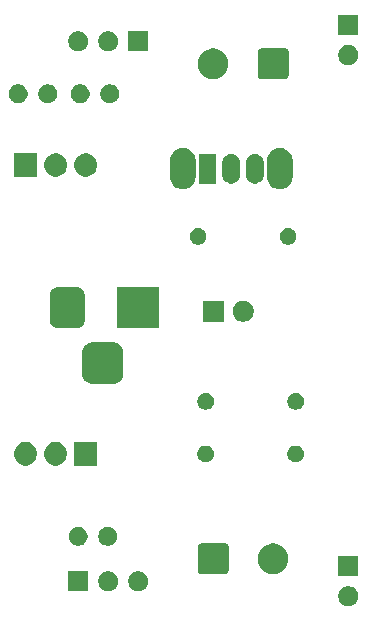
<source format=gbr>
%TF.GenerationSoftware,KiCad,Pcbnew,9.0.2*%
%TF.CreationDate,2025-06-14T22:12:11+08:00*%
%TF.ProjectId,Breadboard Power Supply,42726561-6462-46f6-9172-6420506f7765,1*%
%TF.SameCoordinates,Original*%
%TF.FileFunction,Soldermask,Top*%
%TF.FilePolarity,Negative*%
%FSLAX46Y46*%
G04 Gerber Fmt 4.6, Leading zero omitted, Abs format (unit mm)*
G04 Created by KiCad (PCBNEW 9.0.2) date 2025-06-14 22:12:11*
%MOMM*%
%LPD*%
G01*
G04 APERTURE LIST*
G04 APERTURE END LIST*
G36*
X150741742Y-111576601D02*
G01*
X150895687Y-111640367D01*
X151034234Y-111732941D01*
X151152059Y-111850766D01*
X151244633Y-111989313D01*
X151308399Y-112143258D01*
X151340907Y-112306685D01*
X151340907Y-112473315D01*
X151308399Y-112636742D01*
X151244633Y-112790687D01*
X151152059Y-112929234D01*
X151034234Y-113047059D01*
X150895687Y-113139633D01*
X150741742Y-113203399D01*
X150578315Y-113235907D01*
X150411685Y-113235907D01*
X150248258Y-113203399D01*
X150094313Y-113139633D01*
X149955766Y-113047059D01*
X149837941Y-112929234D01*
X149745367Y-112790687D01*
X149681601Y-112636742D01*
X149649093Y-112473315D01*
X149649093Y-112306685D01*
X149681601Y-112143258D01*
X149745367Y-111989313D01*
X149837941Y-111850766D01*
X149955766Y-111732941D01*
X150094313Y-111640367D01*
X150248258Y-111576601D01*
X150411685Y-111544093D01*
X150578315Y-111544093D01*
X150741742Y-111576601D01*
G37*
G36*
X128485000Y-111975000D02*
G01*
X126785000Y-111975000D01*
X126785000Y-110275000D01*
X128485000Y-110275000D01*
X128485000Y-111975000D01*
G37*
G36*
X130421742Y-110311601D02*
G01*
X130575687Y-110375367D01*
X130714234Y-110467941D01*
X130832059Y-110585766D01*
X130924633Y-110724313D01*
X130988399Y-110878258D01*
X131020907Y-111041685D01*
X131020907Y-111208315D01*
X130988399Y-111371742D01*
X130924633Y-111525687D01*
X130832059Y-111664234D01*
X130714234Y-111782059D01*
X130575687Y-111874633D01*
X130421742Y-111938399D01*
X130258315Y-111970907D01*
X130091685Y-111970907D01*
X129928258Y-111938399D01*
X129774313Y-111874633D01*
X129635766Y-111782059D01*
X129517941Y-111664234D01*
X129425367Y-111525687D01*
X129361601Y-111371742D01*
X129329093Y-111208315D01*
X129329093Y-111041685D01*
X129361601Y-110878258D01*
X129425367Y-110724313D01*
X129517941Y-110585766D01*
X129635766Y-110467941D01*
X129774313Y-110375367D01*
X129928258Y-110311601D01*
X130091685Y-110279093D01*
X130258315Y-110279093D01*
X130421742Y-110311601D01*
G37*
G36*
X132961742Y-110311601D02*
G01*
X133115687Y-110375367D01*
X133254234Y-110467941D01*
X133372059Y-110585766D01*
X133464633Y-110724313D01*
X133528399Y-110878258D01*
X133560907Y-111041685D01*
X133560907Y-111208315D01*
X133528399Y-111371742D01*
X133464633Y-111525687D01*
X133372059Y-111664234D01*
X133254234Y-111782059D01*
X133115687Y-111874633D01*
X132961742Y-111938399D01*
X132798315Y-111970907D01*
X132631685Y-111970907D01*
X132468258Y-111938399D01*
X132314313Y-111874633D01*
X132175766Y-111782059D01*
X132057941Y-111664234D01*
X131965367Y-111525687D01*
X131901601Y-111371742D01*
X131869093Y-111208315D01*
X131869093Y-111041685D01*
X131901601Y-110878258D01*
X131965367Y-110724313D01*
X132057941Y-110585766D01*
X132175766Y-110467941D01*
X132314313Y-110375367D01*
X132468258Y-110311601D01*
X132631685Y-110279093D01*
X132798315Y-110279093D01*
X132961742Y-110311601D01*
G37*
G36*
X151345000Y-110700000D02*
G01*
X149645000Y-110700000D01*
X149645000Y-109000000D01*
X151345000Y-109000000D01*
X151345000Y-110700000D01*
G37*
G36*
X140119850Y-107920964D02*
G01*
X140170040Y-107926787D01*
X140187189Y-107934359D01*
X140210671Y-107939030D01*
X140235810Y-107955827D01*
X140255696Y-107964608D01*
X140269277Y-107978189D01*
X140291777Y-107993223D01*
X140306810Y-108015722D01*
X140320391Y-108029303D01*
X140329170Y-108049186D01*
X140345970Y-108074329D01*
X140350641Y-108097812D01*
X140358212Y-108114959D01*
X140364033Y-108165139D01*
X140365000Y-108170000D01*
X140365000Y-110270000D01*
X140364032Y-110274863D01*
X140358212Y-110325040D01*
X140350641Y-110342185D01*
X140345970Y-110365671D01*
X140329169Y-110390815D01*
X140320391Y-110410696D01*
X140306812Y-110424274D01*
X140291777Y-110446777D01*
X140269274Y-110461812D01*
X140255696Y-110475391D01*
X140235815Y-110484169D01*
X140210671Y-110500970D01*
X140187185Y-110505641D01*
X140170040Y-110513212D01*
X140119861Y-110519032D01*
X140115000Y-110520000D01*
X138015000Y-110520000D01*
X138010138Y-110519032D01*
X137959959Y-110513212D01*
X137942812Y-110505641D01*
X137919329Y-110500970D01*
X137894186Y-110484170D01*
X137874303Y-110475391D01*
X137860722Y-110461810D01*
X137838223Y-110446777D01*
X137823189Y-110424277D01*
X137809608Y-110410696D01*
X137800827Y-110390810D01*
X137784030Y-110365671D01*
X137779359Y-110342189D01*
X137771787Y-110325040D01*
X137765964Y-110274849D01*
X137765000Y-110270000D01*
X137765000Y-108170000D01*
X137765964Y-108165150D01*
X137771787Y-108114959D01*
X137779359Y-108097808D01*
X137784030Y-108074329D01*
X137800826Y-108049191D01*
X137809608Y-108029303D01*
X137823191Y-108015719D01*
X137838223Y-107993223D01*
X137860719Y-107978191D01*
X137874303Y-107964608D01*
X137894191Y-107955826D01*
X137919329Y-107939030D01*
X137942808Y-107934359D01*
X137959959Y-107926787D01*
X138010151Y-107920964D01*
X138015000Y-107920000D01*
X140115000Y-107920000D01*
X140119850Y-107920964D01*
G37*
G36*
X144448479Y-107955919D02*
G01*
X144642488Y-108018957D01*
X144824248Y-108111568D01*
X144989282Y-108231472D01*
X145133528Y-108375718D01*
X145253432Y-108540752D01*
X145346043Y-108722512D01*
X145409081Y-108916521D01*
X145440993Y-109118003D01*
X145440993Y-109321997D01*
X145409081Y-109523479D01*
X145346043Y-109717488D01*
X145253432Y-109899248D01*
X145133528Y-110064282D01*
X144989282Y-110208528D01*
X144824248Y-110328432D01*
X144642488Y-110421043D01*
X144448479Y-110484081D01*
X144246997Y-110515993D01*
X144043003Y-110515993D01*
X143841521Y-110484081D01*
X143647512Y-110421043D01*
X143465752Y-110328432D01*
X143300718Y-110208528D01*
X143156472Y-110064282D01*
X143036568Y-109899248D01*
X142943957Y-109717488D01*
X142880919Y-109523479D01*
X142849007Y-109321997D01*
X142849007Y-109118003D01*
X142880919Y-108916521D01*
X142943957Y-108722512D01*
X143036568Y-108540752D01*
X143156472Y-108375718D01*
X143300718Y-108231472D01*
X143465752Y-108111568D01*
X143647512Y-108018957D01*
X143841521Y-107955919D01*
X144043003Y-107924007D01*
X144246997Y-107924007D01*
X144448479Y-107955919D01*
G37*
G36*
X127867228Y-106549448D02*
G01*
X128012117Y-106609463D01*
X128142515Y-106696592D01*
X128253408Y-106807485D01*
X128340537Y-106937883D01*
X128400552Y-107082772D01*
X128431148Y-107236586D01*
X128431148Y-107393414D01*
X128400552Y-107547228D01*
X128340537Y-107692117D01*
X128253408Y-107822515D01*
X128142515Y-107933408D01*
X128012117Y-108020537D01*
X127867228Y-108080552D01*
X127713414Y-108111148D01*
X127556586Y-108111148D01*
X127402772Y-108080552D01*
X127257883Y-108020537D01*
X127127485Y-107933408D01*
X127016592Y-107822515D01*
X126929463Y-107692117D01*
X126869448Y-107547228D01*
X126838852Y-107393414D01*
X126838852Y-107236586D01*
X126869448Y-107082772D01*
X126929463Y-106937883D01*
X127016592Y-106807485D01*
X127127485Y-106696592D01*
X127257883Y-106609463D01*
X127402772Y-106549448D01*
X127556586Y-106518852D01*
X127713414Y-106518852D01*
X127867228Y-106549448D01*
G37*
G36*
X130367228Y-106549448D02*
G01*
X130512117Y-106609463D01*
X130642515Y-106696592D01*
X130753408Y-106807485D01*
X130840537Y-106937883D01*
X130900552Y-107082772D01*
X130931148Y-107236586D01*
X130931148Y-107393414D01*
X130900552Y-107547228D01*
X130840537Y-107692117D01*
X130753408Y-107822515D01*
X130642515Y-107933408D01*
X130512117Y-108020537D01*
X130367228Y-108080552D01*
X130213414Y-108111148D01*
X130056586Y-108111148D01*
X129902772Y-108080552D01*
X129757883Y-108020537D01*
X129627485Y-107933408D01*
X129516592Y-107822515D01*
X129429463Y-107692117D01*
X129369448Y-107547228D01*
X129338852Y-107393414D01*
X129338852Y-107236586D01*
X129369448Y-107082772D01*
X129429463Y-106937883D01*
X129516592Y-106807485D01*
X129627485Y-106696592D01*
X129757883Y-106609463D01*
X129902772Y-106549448D01*
X130056586Y-106518852D01*
X130213414Y-106518852D01*
X130367228Y-106549448D01*
G37*
G36*
X129222500Y-101330000D02*
G01*
X127317500Y-101330000D01*
X127317500Y-99330000D01*
X129222500Y-99330000D01*
X129222500Y-101330000D01*
G37*
G36*
X123466496Y-99371014D02*
G01*
X123639005Y-99442470D01*
X123794260Y-99546208D01*
X123926292Y-99678240D01*
X124030030Y-99833495D01*
X124101486Y-100006004D01*
X124137913Y-100189139D01*
X124142500Y-100282500D01*
X124142500Y-100377500D01*
X124137913Y-100470861D01*
X124101486Y-100653996D01*
X124030030Y-100826505D01*
X123926292Y-100981760D01*
X123794260Y-101113792D01*
X123639005Y-101217530D01*
X123466496Y-101288986D01*
X123283361Y-101325413D01*
X123096639Y-101325413D01*
X122913504Y-101288986D01*
X122740995Y-101217530D01*
X122585740Y-101113792D01*
X122453708Y-100981760D01*
X122349970Y-100826505D01*
X122278514Y-100653996D01*
X122242087Y-100470861D01*
X122237500Y-100377500D01*
X122237500Y-100282500D01*
X122242087Y-100189139D01*
X122278514Y-100006004D01*
X122349970Y-99833495D01*
X122453708Y-99678240D01*
X122585740Y-99546208D01*
X122740995Y-99442470D01*
X122913504Y-99371014D01*
X123096639Y-99334587D01*
X123283361Y-99334587D01*
X123466496Y-99371014D01*
G37*
G36*
X126006496Y-99371014D02*
G01*
X126179005Y-99442470D01*
X126334260Y-99546208D01*
X126466292Y-99678240D01*
X126570030Y-99833495D01*
X126641486Y-100006004D01*
X126677913Y-100189139D01*
X126682500Y-100282500D01*
X126682500Y-100377500D01*
X126677913Y-100470861D01*
X126641486Y-100653996D01*
X126570030Y-100826505D01*
X126466292Y-100981760D01*
X126334260Y-101113792D01*
X126179005Y-101217530D01*
X126006496Y-101288986D01*
X125823361Y-101325413D01*
X125636639Y-101325413D01*
X125453504Y-101288986D01*
X125280995Y-101217530D01*
X125125740Y-101113792D01*
X124993708Y-100981760D01*
X124889970Y-100826505D01*
X124818514Y-100653996D01*
X124782087Y-100470861D01*
X124777500Y-100377500D01*
X124777500Y-100282500D01*
X124782087Y-100189139D01*
X124818514Y-100006004D01*
X124889970Y-99833495D01*
X124993708Y-99678240D01*
X125125740Y-99546208D01*
X125280995Y-99442470D01*
X125453504Y-99371014D01*
X125636639Y-99334587D01*
X125823361Y-99334587D01*
X126006496Y-99371014D01*
G37*
G36*
X138633199Y-99660142D02*
G01*
X138759978Y-99712655D01*
X138874075Y-99788893D01*
X138971107Y-99885925D01*
X139047345Y-100000022D01*
X139099858Y-100126801D01*
X139126629Y-100261388D01*
X139126629Y-100398612D01*
X139099858Y-100533199D01*
X139047345Y-100659978D01*
X138971107Y-100774075D01*
X138874075Y-100871107D01*
X138759978Y-100947345D01*
X138633199Y-100999858D01*
X138498612Y-101026629D01*
X138361388Y-101026629D01*
X138226801Y-100999858D01*
X138100022Y-100947345D01*
X137985925Y-100871107D01*
X137888893Y-100774075D01*
X137812655Y-100659978D01*
X137760142Y-100533199D01*
X137733371Y-100398612D01*
X137733371Y-100261388D01*
X137760142Y-100126801D01*
X137812655Y-100000022D01*
X137888893Y-99885925D01*
X137985925Y-99788893D01*
X138100022Y-99712655D01*
X138226801Y-99660142D01*
X138361388Y-99633371D01*
X138498612Y-99633371D01*
X138633199Y-99660142D01*
G37*
G36*
X146253199Y-99660142D02*
G01*
X146379978Y-99712655D01*
X146494075Y-99788893D01*
X146591107Y-99885925D01*
X146667345Y-100000022D01*
X146719858Y-100126801D01*
X146746629Y-100261388D01*
X146746629Y-100398612D01*
X146719858Y-100533199D01*
X146667345Y-100659978D01*
X146591107Y-100774075D01*
X146494075Y-100871107D01*
X146379978Y-100947345D01*
X146253199Y-100999858D01*
X146118612Y-101026629D01*
X145981388Y-101026629D01*
X145846801Y-100999858D01*
X145720022Y-100947345D01*
X145605925Y-100871107D01*
X145508893Y-100774075D01*
X145432655Y-100659978D01*
X145380142Y-100533199D01*
X145353371Y-100398612D01*
X145353371Y-100261388D01*
X145380142Y-100126801D01*
X145432655Y-100000022D01*
X145508893Y-99885925D01*
X145605925Y-99788893D01*
X145720022Y-99712655D01*
X145846801Y-99660142D01*
X145981388Y-99633371D01*
X146118612Y-99633371D01*
X146253199Y-99660142D01*
G37*
G36*
X138633199Y-95215142D02*
G01*
X138759978Y-95267655D01*
X138874075Y-95343893D01*
X138971107Y-95440925D01*
X139047345Y-95555022D01*
X139099858Y-95681801D01*
X139126629Y-95816388D01*
X139126629Y-95953612D01*
X139099858Y-96088199D01*
X139047345Y-96214978D01*
X138971107Y-96329075D01*
X138874075Y-96426107D01*
X138759978Y-96502345D01*
X138633199Y-96554858D01*
X138498612Y-96581629D01*
X138361388Y-96581629D01*
X138226801Y-96554858D01*
X138100022Y-96502345D01*
X137985925Y-96426107D01*
X137888893Y-96329075D01*
X137812655Y-96214978D01*
X137760142Y-96088199D01*
X137733371Y-95953612D01*
X137733371Y-95816388D01*
X137760142Y-95681801D01*
X137812655Y-95555022D01*
X137888893Y-95440925D01*
X137985925Y-95343893D01*
X138100022Y-95267655D01*
X138226801Y-95215142D01*
X138361388Y-95188371D01*
X138498612Y-95188371D01*
X138633199Y-95215142D01*
G37*
G36*
X146253199Y-95215142D02*
G01*
X146379978Y-95267655D01*
X146494075Y-95343893D01*
X146591107Y-95440925D01*
X146667345Y-95555022D01*
X146719858Y-95681801D01*
X146746629Y-95816388D01*
X146746629Y-95953612D01*
X146719858Y-96088199D01*
X146667345Y-96214978D01*
X146591107Y-96329075D01*
X146494075Y-96426107D01*
X146379978Y-96502345D01*
X146253199Y-96554858D01*
X146118612Y-96581629D01*
X145981388Y-96581629D01*
X145846801Y-96554858D01*
X145720022Y-96502345D01*
X145605925Y-96426107D01*
X145508893Y-96329075D01*
X145432655Y-96214978D01*
X145380142Y-96088199D01*
X145353371Y-95953612D01*
X145353371Y-95816388D01*
X145380142Y-95681801D01*
X145432655Y-95555022D01*
X145508893Y-95440925D01*
X145605925Y-95343893D01*
X145720022Y-95267655D01*
X145846801Y-95215142D01*
X145981388Y-95188371D01*
X146118612Y-95188371D01*
X146253199Y-95215142D01*
G37*
G36*
X130708125Y-90900510D02*
G01*
X130716782Y-90902662D01*
X130726059Y-90903393D01*
X130807944Y-90925333D01*
X130891741Y-90946173D01*
X130898818Y-90949683D01*
X130903457Y-90950926D01*
X130981395Y-90990637D01*
X131061247Y-91030241D01*
X131064929Y-91033200D01*
X131066376Y-91033938D01*
X131137826Y-91091797D01*
X131208718Y-91148782D01*
X131265727Y-91219705D01*
X131323561Y-91291123D01*
X131324297Y-91292569D01*
X131327259Y-91296253D01*
X131366880Y-91376141D01*
X131406573Y-91454042D01*
X131407815Y-91458678D01*
X131411327Y-91465759D01*
X131432175Y-91549593D01*
X131454106Y-91631440D01*
X131454835Y-91640712D01*
X131456990Y-91649375D01*
X131465000Y-91767500D01*
X131465000Y-93517500D01*
X131456990Y-93635625D01*
X131454835Y-93644288D01*
X131454106Y-93653559D01*
X131432178Y-93735392D01*
X131411327Y-93819241D01*
X131407814Y-93826322D01*
X131406573Y-93830957D01*
X131366898Y-93908821D01*
X131327259Y-93988747D01*
X131324296Y-93992432D01*
X131323561Y-93993876D01*
X131265837Y-94065158D01*
X131208718Y-94136218D01*
X131137658Y-94193337D01*
X131066376Y-94251061D01*
X131064932Y-94251796D01*
X131061247Y-94254759D01*
X130981321Y-94294398D01*
X130903457Y-94334073D01*
X130898822Y-94335314D01*
X130891741Y-94338827D01*
X130807892Y-94359678D01*
X130726059Y-94381606D01*
X130716788Y-94382335D01*
X130708125Y-94384490D01*
X130590000Y-94392500D01*
X128840000Y-94392500D01*
X128721875Y-94384490D01*
X128713212Y-94382335D01*
X128703940Y-94381606D01*
X128622093Y-94359675D01*
X128538259Y-94338827D01*
X128531178Y-94335315D01*
X128526542Y-94334073D01*
X128448641Y-94294380D01*
X128368753Y-94254759D01*
X128365069Y-94251797D01*
X128363623Y-94251061D01*
X128292205Y-94193227D01*
X128221282Y-94136218D01*
X128164297Y-94065326D01*
X128106438Y-93993876D01*
X128105700Y-93992429D01*
X128102741Y-93988747D01*
X128063137Y-93908895D01*
X128023426Y-93830957D01*
X128022183Y-93826318D01*
X128018673Y-93819241D01*
X127997833Y-93735444D01*
X127975893Y-93653559D01*
X127975162Y-93644282D01*
X127973010Y-93635625D01*
X127965000Y-93517500D01*
X127965000Y-91767500D01*
X127973010Y-91649375D01*
X127975162Y-91640718D01*
X127975893Y-91631440D01*
X127997837Y-91549541D01*
X128018673Y-91465759D01*
X128022182Y-91458682D01*
X128023426Y-91454042D01*
X128063156Y-91376067D01*
X128102741Y-91296253D01*
X128105699Y-91292572D01*
X128106438Y-91291123D01*
X128164406Y-91219537D01*
X128221282Y-91148782D01*
X128292037Y-91091906D01*
X128363623Y-91033938D01*
X128365072Y-91033199D01*
X128368753Y-91030241D01*
X128448567Y-90990656D01*
X128526542Y-90950926D01*
X128531182Y-90949682D01*
X128538259Y-90946173D01*
X128622041Y-90925337D01*
X128703940Y-90903393D01*
X128713218Y-90902662D01*
X128721875Y-90900510D01*
X128840000Y-90892500D01*
X130590000Y-90892500D01*
X130708125Y-90900510D01*
G37*
G36*
X127616663Y-86207995D02*
G01*
X127625683Y-86210984D01*
X127631807Y-86211674D01*
X127703961Y-86236922D01*
X127781964Y-86262769D01*
X127787388Y-86266114D01*
X127790247Y-86267115D01*
X127856422Y-86308695D01*
X127930177Y-86354188D01*
X128053312Y-86477323D01*
X128098823Y-86551109D01*
X128140384Y-86617252D01*
X128141383Y-86620109D01*
X128144731Y-86625536D01*
X128170592Y-86703583D01*
X128195825Y-86775693D01*
X128196514Y-86781811D01*
X128199505Y-86790837D01*
X128215000Y-86942500D01*
X128215000Y-88942500D01*
X128199505Y-89094163D01*
X128196514Y-89103188D01*
X128195825Y-89109307D01*
X128170595Y-89181407D01*
X128144731Y-89259464D01*
X128141383Y-89264891D01*
X128140384Y-89267747D01*
X128098857Y-89333836D01*
X128053312Y-89407677D01*
X127930177Y-89530812D01*
X127856336Y-89576357D01*
X127790247Y-89617884D01*
X127787391Y-89618883D01*
X127781964Y-89622231D01*
X127703897Y-89648099D01*
X127631806Y-89673325D01*
X127625688Y-89674014D01*
X127616663Y-89677005D01*
X127465000Y-89692500D01*
X125965000Y-89692500D01*
X125813337Y-89677005D01*
X125804312Y-89674014D01*
X125798192Y-89673325D01*
X125726073Y-89648089D01*
X125648036Y-89622231D01*
X125642609Y-89618883D01*
X125639752Y-89617884D01*
X125573609Y-89576323D01*
X125499823Y-89530812D01*
X125376688Y-89407677D01*
X125331195Y-89333922D01*
X125289615Y-89267747D01*
X125288614Y-89264888D01*
X125285269Y-89259464D01*
X125259418Y-89181451D01*
X125234174Y-89109306D01*
X125233484Y-89103184D01*
X125230495Y-89094163D01*
X125215000Y-88942500D01*
X125215000Y-86942500D01*
X125230495Y-86790837D01*
X125233483Y-86781816D01*
X125234174Y-86775692D01*
X125259428Y-86703519D01*
X125285269Y-86625536D01*
X125288613Y-86620113D01*
X125289615Y-86617252D01*
X125331229Y-86551022D01*
X125376688Y-86477323D01*
X125499823Y-86354188D01*
X125573522Y-86308729D01*
X125639752Y-86267115D01*
X125642613Y-86266113D01*
X125648036Y-86262769D01*
X125726029Y-86236925D01*
X125798193Y-86211674D01*
X125804316Y-86210984D01*
X125813337Y-86207995D01*
X125965000Y-86192500D01*
X127465000Y-86192500D01*
X127616663Y-86207995D01*
G37*
G36*
X134465000Y-89692500D02*
G01*
X130965000Y-89692500D01*
X130965000Y-86192500D01*
X134465000Y-86192500D01*
X134465000Y-89692500D01*
G37*
G36*
X139965000Y-89165000D02*
G01*
X138165000Y-89165000D01*
X138165000Y-87365000D01*
X139965000Y-87365000D01*
X139965000Y-89165000D01*
G37*
G36*
X141866256Y-87403754D02*
G01*
X142029257Y-87471271D01*
X142175954Y-87569291D01*
X142300709Y-87694046D01*
X142398729Y-87840743D01*
X142466246Y-88003744D01*
X142500666Y-88176785D01*
X142500666Y-88353215D01*
X142466246Y-88526256D01*
X142398729Y-88689257D01*
X142300709Y-88835954D01*
X142175954Y-88960709D01*
X142029257Y-89058729D01*
X141866256Y-89126246D01*
X141693215Y-89160666D01*
X141516785Y-89160666D01*
X141343744Y-89126246D01*
X141180743Y-89058729D01*
X141034046Y-88960709D01*
X140909291Y-88835954D01*
X140811271Y-88689257D01*
X140743754Y-88526256D01*
X140709334Y-88353215D01*
X140709334Y-88176785D01*
X140743754Y-88003744D01*
X140811271Y-87840743D01*
X140909291Y-87694046D01*
X141034046Y-87569291D01*
X141180743Y-87471271D01*
X141343744Y-87403754D01*
X141516785Y-87369334D01*
X141693215Y-87369334D01*
X141866256Y-87403754D01*
G37*
G36*
X137998199Y-81245142D02*
G01*
X138124978Y-81297655D01*
X138239075Y-81373893D01*
X138336107Y-81470925D01*
X138412345Y-81585022D01*
X138464858Y-81711801D01*
X138491629Y-81846388D01*
X138491629Y-81983612D01*
X138464858Y-82118199D01*
X138412345Y-82244978D01*
X138336107Y-82359075D01*
X138239075Y-82456107D01*
X138124978Y-82532345D01*
X137998199Y-82584858D01*
X137863612Y-82611629D01*
X137726388Y-82611629D01*
X137591801Y-82584858D01*
X137465022Y-82532345D01*
X137350925Y-82456107D01*
X137253893Y-82359075D01*
X137177655Y-82244978D01*
X137125142Y-82118199D01*
X137098371Y-81983612D01*
X137098371Y-81846388D01*
X137125142Y-81711801D01*
X137177655Y-81585022D01*
X137253893Y-81470925D01*
X137350925Y-81373893D01*
X137465022Y-81297655D01*
X137591801Y-81245142D01*
X137726388Y-81218371D01*
X137863612Y-81218371D01*
X137998199Y-81245142D01*
G37*
G36*
X145618199Y-81245142D02*
G01*
X145744978Y-81297655D01*
X145859075Y-81373893D01*
X145956107Y-81470925D01*
X146032345Y-81585022D01*
X146084858Y-81711801D01*
X146111629Y-81846388D01*
X146111629Y-81983612D01*
X146084858Y-82118199D01*
X146032345Y-82244978D01*
X145956107Y-82359075D01*
X145859075Y-82456107D01*
X145744978Y-82532345D01*
X145618199Y-82584858D01*
X145483612Y-82611629D01*
X145346388Y-82611629D01*
X145211801Y-82584858D01*
X145085022Y-82532345D01*
X144970925Y-82456107D01*
X144873893Y-82359075D01*
X144797655Y-82244978D01*
X144745142Y-82118199D01*
X144718371Y-81983612D01*
X144718371Y-81846388D01*
X144745142Y-81711801D01*
X144797655Y-81585022D01*
X144873893Y-81470925D01*
X144970925Y-81373893D01*
X145085022Y-81297655D01*
X145211801Y-81245142D01*
X145346388Y-81218371D01*
X145483612Y-81218371D01*
X145618199Y-81245142D01*
G37*
G36*
X136746790Y-74480393D02*
G01*
X136910952Y-74533733D01*
X137064748Y-74612096D01*
X137204393Y-74713553D01*
X137326447Y-74835607D01*
X137427904Y-74975252D01*
X137506267Y-75129048D01*
X137559607Y-75293210D01*
X137586609Y-75463695D01*
X137590000Y-75550000D01*
X137590000Y-76850000D01*
X137586609Y-76936305D01*
X137559607Y-77106790D01*
X137506267Y-77270952D01*
X137427904Y-77424748D01*
X137326447Y-77564393D01*
X137204393Y-77686447D01*
X137064748Y-77787904D01*
X136910952Y-77866267D01*
X136746790Y-77919607D01*
X136576305Y-77946609D01*
X136403695Y-77946609D01*
X136233210Y-77919607D01*
X136069048Y-77866267D01*
X135915252Y-77787904D01*
X135775607Y-77686447D01*
X135653553Y-77564393D01*
X135552096Y-77424748D01*
X135473733Y-77270952D01*
X135420393Y-77106790D01*
X135393391Y-76936305D01*
X135390000Y-76850000D01*
X135390000Y-75550000D01*
X135393391Y-75463695D01*
X135420393Y-75293210D01*
X135473733Y-75129048D01*
X135552096Y-74975252D01*
X135653553Y-74835607D01*
X135775607Y-74713553D01*
X135915252Y-74612096D01*
X136069048Y-74533733D01*
X136233210Y-74480393D01*
X136403695Y-74453391D01*
X136576305Y-74453391D01*
X136746790Y-74480393D01*
G37*
G36*
X144946790Y-74480393D02*
G01*
X145110952Y-74533733D01*
X145264748Y-74612096D01*
X145404393Y-74713553D01*
X145526447Y-74835607D01*
X145627904Y-74975252D01*
X145706267Y-75129048D01*
X145759607Y-75293210D01*
X145786609Y-75463695D01*
X145790000Y-75550000D01*
X145790000Y-76850000D01*
X145786609Y-76936305D01*
X145759607Y-77106790D01*
X145706267Y-77270952D01*
X145627904Y-77424748D01*
X145526447Y-77564393D01*
X145404393Y-77686447D01*
X145264748Y-77787904D01*
X145110952Y-77866267D01*
X144946790Y-77919607D01*
X144776305Y-77946609D01*
X144603695Y-77946609D01*
X144433210Y-77919607D01*
X144269048Y-77866267D01*
X144115252Y-77787904D01*
X143975607Y-77686447D01*
X143853553Y-77564393D01*
X143752096Y-77424748D01*
X143673733Y-77270952D01*
X143620393Y-77106790D01*
X143593391Y-76936305D01*
X143590000Y-76850000D01*
X143590000Y-75550000D01*
X143593391Y-75463695D01*
X143620393Y-75293210D01*
X143673733Y-75129048D01*
X143752096Y-74975252D01*
X143853553Y-74835607D01*
X143975607Y-74713553D01*
X144115252Y-74612096D01*
X144269048Y-74533733D01*
X144433210Y-74480393D01*
X144603695Y-74453391D01*
X144776305Y-74453391D01*
X144946790Y-74480393D01*
G37*
G36*
X139340000Y-77450000D02*
G01*
X137840000Y-77450000D01*
X137840000Y-74950000D01*
X139340000Y-74950000D01*
X139340000Y-77450000D01*
G37*
G36*
X140807714Y-74982295D02*
G01*
X140943548Y-75038559D01*
X141065795Y-75120242D01*
X141169758Y-75224205D01*
X141251441Y-75346452D01*
X141307705Y-75482286D01*
X141336389Y-75626487D01*
X141340000Y-75700000D01*
X141340000Y-76700000D01*
X141336389Y-76773513D01*
X141307705Y-76917714D01*
X141251441Y-77053548D01*
X141169758Y-77175795D01*
X141065795Y-77279758D01*
X140943548Y-77361441D01*
X140807714Y-77417705D01*
X140663513Y-77446389D01*
X140516487Y-77446389D01*
X140372286Y-77417705D01*
X140236452Y-77361441D01*
X140114205Y-77279758D01*
X140010242Y-77175795D01*
X139928559Y-77053548D01*
X139872295Y-76917714D01*
X139843611Y-76773513D01*
X139840000Y-76700000D01*
X139840000Y-75700000D01*
X139843611Y-75626487D01*
X139872295Y-75482286D01*
X139928559Y-75346452D01*
X140010242Y-75224205D01*
X140114205Y-75120242D01*
X140236452Y-75038559D01*
X140372286Y-74982295D01*
X140516487Y-74953611D01*
X140663513Y-74953611D01*
X140807714Y-74982295D01*
G37*
G36*
X142807714Y-74982295D02*
G01*
X142943548Y-75038559D01*
X143065795Y-75120242D01*
X143169758Y-75224205D01*
X143251441Y-75346452D01*
X143307705Y-75482286D01*
X143336389Y-75626487D01*
X143340000Y-75700000D01*
X143340000Y-76700000D01*
X143336389Y-76773513D01*
X143307705Y-76917714D01*
X143251441Y-77053548D01*
X143169758Y-77175795D01*
X143065795Y-77279758D01*
X142943548Y-77361441D01*
X142807714Y-77417705D01*
X142663513Y-77446389D01*
X142516487Y-77446389D01*
X142372286Y-77417705D01*
X142236452Y-77361441D01*
X142114205Y-77279758D01*
X142010242Y-77175795D01*
X141928559Y-77053548D01*
X141872295Y-76917714D01*
X141843611Y-76773513D01*
X141840000Y-76700000D01*
X141840000Y-75700000D01*
X141843611Y-75626487D01*
X141872295Y-75482286D01*
X141928559Y-75346452D01*
X142010242Y-75224205D01*
X142114205Y-75120242D01*
X142236452Y-75038559D01*
X142372286Y-74982295D01*
X142516487Y-74953611D01*
X142663513Y-74953611D01*
X142807714Y-74982295D01*
G37*
G36*
X124142500Y-76880000D02*
G01*
X122237500Y-76880000D01*
X122237500Y-74880000D01*
X124142500Y-74880000D01*
X124142500Y-76880000D01*
G37*
G36*
X126006496Y-74921014D02*
G01*
X126179005Y-74992470D01*
X126334260Y-75096208D01*
X126466292Y-75228240D01*
X126570030Y-75383495D01*
X126641486Y-75556004D01*
X126677913Y-75739139D01*
X126682500Y-75832500D01*
X126682500Y-75927500D01*
X126677913Y-76020861D01*
X126641486Y-76203996D01*
X126570030Y-76376505D01*
X126466292Y-76531760D01*
X126334260Y-76663792D01*
X126179005Y-76767530D01*
X126006496Y-76838986D01*
X125823361Y-76875413D01*
X125636639Y-76875413D01*
X125453504Y-76838986D01*
X125280995Y-76767530D01*
X125125740Y-76663792D01*
X124993708Y-76531760D01*
X124889970Y-76376505D01*
X124818514Y-76203996D01*
X124782087Y-76020861D01*
X124777500Y-75927500D01*
X124777500Y-75832500D01*
X124782087Y-75739139D01*
X124818514Y-75556004D01*
X124889970Y-75383495D01*
X124993708Y-75228240D01*
X125125740Y-75096208D01*
X125280995Y-74992470D01*
X125453504Y-74921014D01*
X125636639Y-74884587D01*
X125823361Y-74884587D01*
X126006496Y-74921014D01*
G37*
G36*
X128546496Y-74921014D02*
G01*
X128719005Y-74992470D01*
X128874260Y-75096208D01*
X129006292Y-75228240D01*
X129110030Y-75383495D01*
X129181486Y-75556004D01*
X129217913Y-75739139D01*
X129222500Y-75832500D01*
X129222500Y-75927500D01*
X129217913Y-76020861D01*
X129181486Y-76203996D01*
X129110030Y-76376505D01*
X129006292Y-76531760D01*
X128874260Y-76663792D01*
X128719005Y-76767530D01*
X128546496Y-76838986D01*
X128363361Y-76875413D01*
X128176639Y-76875413D01*
X127993504Y-76838986D01*
X127820995Y-76767530D01*
X127665740Y-76663792D01*
X127533708Y-76531760D01*
X127429970Y-76376505D01*
X127358514Y-76203996D01*
X127322087Y-76020861D01*
X127317500Y-75927500D01*
X127317500Y-75832500D01*
X127322087Y-75739139D01*
X127358514Y-75556004D01*
X127429970Y-75383495D01*
X127533708Y-75228240D01*
X127665740Y-75096208D01*
X127820995Y-74992470D01*
X127993504Y-74921014D01*
X128176639Y-74884587D01*
X128363361Y-74884587D01*
X128546496Y-74921014D01*
G37*
G36*
X122787228Y-69084448D02*
G01*
X122932117Y-69144463D01*
X123062515Y-69231592D01*
X123173408Y-69342485D01*
X123260537Y-69472883D01*
X123320552Y-69617772D01*
X123351148Y-69771586D01*
X123351148Y-69928414D01*
X123320552Y-70082228D01*
X123260537Y-70227117D01*
X123173408Y-70357515D01*
X123062515Y-70468408D01*
X122932117Y-70555537D01*
X122787228Y-70615552D01*
X122633414Y-70646148D01*
X122476586Y-70646148D01*
X122322772Y-70615552D01*
X122177883Y-70555537D01*
X122047485Y-70468408D01*
X121936592Y-70357515D01*
X121849463Y-70227117D01*
X121789448Y-70082228D01*
X121758852Y-69928414D01*
X121758852Y-69771586D01*
X121789448Y-69617772D01*
X121849463Y-69472883D01*
X121936592Y-69342485D01*
X122047485Y-69231592D01*
X122177883Y-69144463D01*
X122322772Y-69084448D01*
X122476586Y-69053852D01*
X122633414Y-69053852D01*
X122787228Y-69084448D01*
G37*
G36*
X125287228Y-69084448D02*
G01*
X125432117Y-69144463D01*
X125562515Y-69231592D01*
X125673408Y-69342485D01*
X125760537Y-69472883D01*
X125820552Y-69617772D01*
X125851148Y-69771586D01*
X125851148Y-69928414D01*
X125820552Y-70082228D01*
X125760537Y-70227117D01*
X125673408Y-70357515D01*
X125562515Y-70468408D01*
X125432117Y-70555537D01*
X125287228Y-70615552D01*
X125133414Y-70646148D01*
X124976586Y-70646148D01*
X124822772Y-70615552D01*
X124677883Y-70555537D01*
X124547485Y-70468408D01*
X124436592Y-70357515D01*
X124349463Y-70227117D01*
X124289448Y-70082228D01*
X124258852Y-69928414D01*
X124258852Y-69771586D01*
X124289448Y-69617772D01*
X124349463Y-69472883D01*
X124436592Y-69342485D01*
X124547485Y-69231592D01*
X124677883Y-69144463D01*
X124822772Y-69084448D01*
X124976586Y-69053852D01*
X125133414Y-69053852D01*
X125287228Y-69084448D01*
G37*
G36*
X128034228Y-69084448D02*
G01*
X128179117Y-69144463D01*
X128309515Y-69231592D01*
X128420408Y-69342485D01*
X128507537Y-69472883D01*
X128567552Y-69617772D01*
X128598148Y-69771586D01*
X128598148Y-69928414D01*
X128567552Y-70082228D01*
X128507537Y-70227117D01*
X128420408Y-70357515D01*
X128309515Y-70468408D01*
X128179117Y-70555537D01*
X128034228Y-70615552D01*
X127880414Y-70646148D01*
X127723586Y-70646148D01*
X127569772Y-70615552D01*
X127424883Y-70555537D01*
X127294485Y-70468408D01*
X127183592Y-70357515D01*
X127096463Y-70227117D01*
X127036448Y-70082228D01*
X127005852Y-69928414D01*
X127005852Y-69771586D01*
X127036448Y-69617772D01*
X127096463Y-69472883D01*
X127183592Y-69342485D01*
X127294485Y-69231592D01*
X127424883Y-69144463D01*
X127569772Y-69084448D01*
X127723586Y-69053852D01*
X127880414Y-69053852D01*
X128034228Y-69084448D01*
G37*
G36*
X130534228Y-69084448D02*
G01*
X130679117Y-69144463D01*
X130809515Y-69231592D01*
X130920408Y-69342485D01*
X131007537Y-69472883D01*
X131067552Y-69617772D01*
X131098148Y-69771586D01*
X131098148Y-69928414D01*
X131067552Y-70082228D01*
X131007537Y-70227117D01*
X130920408Y-70357515D01*
X130809515Y-70468408D01*
X130679117Y-70555537D01*
X130534228Y-70615552D01*
X130380414Y-70646148D01*
X130223586Y-70646148D01*
X130069772Y-70615552D01*
X129924883Y-70555537D01*
X129794485Y-70468408D01*
X129683592Y-70357515D01*
X129596463Y-70227117D01*
X129536448Y-70082228D01*
X129505852Y-69928414D01*
X129505852Y-69771586D01*
X129536448Y-69617772D01*
X129596463Y-69472883D01*
X129683592Y-69342485D01*
X129794485Y-69231592D01*
X129924883Y-69144463D01*
X130069772Y-69084448D01*
X130223586Y-69053852D01*
X130380414Y-69053852D01*
X130534228Y-69084448D01*
G37*
G36*
X145199850Y-66010964D02*
G01*
X145250040Y-66016787D01*
X145267189Y-66024359D01*
X145290671Y-66029030D01*
X145315810Y-66045827D01*
X145335696Y-66054608D01*
X145349277Y-66068189D01*
X145371777Y-66083223D01*
X145386810Y-66105722D01*
X145400391Y-66119303D01*
X145409170Y-66139186D01*
X145425970Y-66164329D01*
X145430641Y-66187812D01*
X145438212Y-66204959D01*
X145444033Y-66255139D01*
X145445000Y-66260000D01*
X145445000Y-68360000D01*
X145444032Y-68364863D01*
X145438212Y-68415040D01*
X145430641Y-68432185D01*
X145425970Y-68455671D01*
X145409169Y-68480815D01*
X145400391Y-68500696D01*
X145386812Y-68514274D01*
X145371777Y-68536777D01*
X145349274Y-68551812D01*
X145335696Y-68565391D01*
X145315815Y-68574169D01*
X145290671Y-68590970D01*
X145267185Y-68595641D01*
X145250040Y-68603212D01*
X145199861Y-68609032D01*
X145195000Y-68610000D01*
X143095000Y-68610000D01*
X143090138Y-68609032D01*
X143039959Y-68603212D01*
X143022812Y-68595641D01*
X142999329Y-68590970D01*
X142974186Y-68574170D01*
X142954303Y-68565391D01*
X142940722Y-68551810D01*
X142918223Y-68536777D01*
X142903189Y-68514277D01*
X142889608Y-68500696D01*
X142880827Y-68480810D01*
X142864030Y-68455671D01*
X142859359Y-68432189D01*
X142851787Y-68415040D01*
X142845964Y-68364849D01*
X142845000Y-68360000D01*
X142845000Y-66260000D01*
X142845964Y-66255150D01*
X142851787Y-66204959D01*
X142859359Y-66187808D01*
X142864030Y-66164329D01*
X142880826Y-66139191D01*
X142889608Y-66119303D01*
X142903191Y-66105719D01*
X142918223Y-66083223D01*
X142940719Y-66068191D01*
X142954303Y-66054608D01*
X142974191Y-66045826D01*
X142999329Y-66029030D01*
X143022808Y-66024359D01*
X143039959Y-66016787D01*
X143090151Y-66010964D01*
X143095000Y-66010000D01*
X145195000Y-66010000D01*
X145199850Y-66010964D01*
G37*
G36*
X139368479Y-66045919D02*
G01*
X139562488Y-66108957D01*
X139744248Y-66201568D01*
X139909282Y-66321472D01*
X140053528Y-66465718D01*
X140173432Y-66630752D01*
X140266043Y-66812512D01*
X140329081Y-67006521D01*
X140360993Y-67208003D01*
X140360993Y-67411997D01*
X140329081Y-67613479D01*
X140266043Y-67807488D01*
X140173432Y-67989248D01*
X140053528Y-68154282D01*
X139909282Y-68298528D01*
X139744248Y-68418432D01*
X139562488Y-68511043D01*
X139368479Y-68574081D01*
X139166997Y-68605993D01*
X138963003Y-68605993D01*
X138761521Y-68574081D01*
X138567512Y-68511043D01*
X138385752Y-68418432D01*
X138220718Y-68298528D01*
X138076472Y-68154282D01*
X137956568Y-67989248D01*
X137863957Y-67807488D01*
X137800919Y-67613479D01*
X137769007Y-67411997D01*
X137769007Y-67208003D01*
X137800919Y-67006521D01*
X137863957Y-66812512D01*
X137956568Y-66630752D01*
X138076472Y-66465718D01*
X138220718Y-66321472D01*
X138385752Y-66201568D01*
X138567512Y-66108957D01*
X138761521Y-66045919D01*
X138963003Y-66014007D01*
X139166997Y-66014007D01*
X139368479Y-66045919D01*
G37*
G36*
X150741742Y-65755001D02*
G01*
X150895687Y-65818767D01*
X151034234Y-65911341D01*
X151152059Y-66029166D01*
X151244633Y-66167713D01*
X151308399Y-66321658D01*
X151340907Y-66485085D01*
X151340907Y-66651715D01*
X151308399Y-66815142D01*
X151244633Y-66969087D01*
X151152059Y-67107634D01*
X151034234Y-67225459D01*
X150895687Y-67318033D01*
X150741742Y-67381799D01*
X150578315Y-67414307D01*
X150411685Y-67414307D01*
X150248258Y-67381799D01*
X150094313Y-67318033D01*
X149955766Y-67225459D01*
X149837941Y-67107634D01*
X149745367Y-66969087D01*
X149681601Y-66815142D01*
X149649093Y-66651715D01*
X149649093Y-66485085D01*
X149681601Y-66321658D01*
X149745367Y-66167713D01*
X149837941Y-66029166D01*
X149955766Y-65911341D01*
X150094313Y-65818767D01*
X150248258Y-65755001D01*
X150411685Y-65722493D01*
X150578315Y-65722493D01*
X150741742Y-65755001D01*
G37*
G36*
X133565000Y-66255000D02*
G01*
X131865000Y-66255000D01*
X131865000Y-64555000D01*
X133565000Y-64555000D01*
X133565000Y-66255000D01*
G37*
G36*
X127881742Y-64591601D02*
G01*
X128035687Y-64655367D01*
X128174234Y-64747941D01*
X128292059Y-64865766D01*
X128384633Y-65004313D01*
X128448399Y-65158258D01*
X128480907Y-65321685D01*
X128480907Y-65488315D01*
X128448399Y-65651742D01*
X128384633Y-65805687D01*
X128292059Y-65944234D01*
X128174234Y-66062059D01*
X128035687Y-66154633D01*
X127881742Y-66218399D01*
X127718315Y-66250907D01*
X127551685Y-66250907D01*
X127388258Y-66218399D01*
X127234313Y-66154633D01*
X127095766Y-66062059D01*
X126977941Y-65944234D01*
X126885367Y-65805687D01*
X126821601Y-65651742D01*
X126789093Y-65488315D01*
X126789093Y-65321685D01*
X126821601Y-65158258D01*
X126885367Y-65004313D01*
X126977941Y-64865766D01*
X127095766Y-64747941D01*
X127234313Y-64655367D01*
X127388258Y-64591601D01*
X127551685Y-64559093D01*
X127718315Y-64559093D01*
X127881742Y-64591601D01*
G37*
G36*
X130421742Y-64591601D02*
G01*
X130575687Y-64655367D01*
X130714234Y-64747941D01*
X130832059Y-64865766D01*
X130924633Y-65004313D01*
X130988399Y-65158258D01*
X131020907Y-65321685D01*
X131020907Y-65488315D01*
X130988399Y-65651742D01*
X130924633Y-65805687D01*
X130832059Y-65944234D01*
X130714234Y-66062059D01*
X130575687Y-66154633D01*
X130421742Y-66218399D01*
X130258315Y-66250907D01*
X130091685Y-66250907D01*
X129928258Y-66218399D01*
X129774313Y-66154633D01*
X129635766Y-66062059D01*
X129517941Y-65944234D01*
X129425367Y-65805687D01*
X129361601Y-65651742D01*
X129329093Y-65488315D01*
X129329093Y-65321685D01*
X129361601Y-65158258D01*
X129425367Y-65004313D01*
X129517941Y-64865766D01*
X129635766Y-64747941D01*
X129774313Y-64655367D01*
X129928258Y-64591601D01*
X130091685Y-64559093D01*
X130258315Y-64559093D01*
X130421742Y-64591601D01*
G37*
G36*
X151345000Y-64878400D02*
G01*
X149645000Y-64878400D01*
X149645000Y-63178400D01*
X151345000Y-63178400D01*
X151345000Y-64878400D01*
G37*
M02*

</source>
